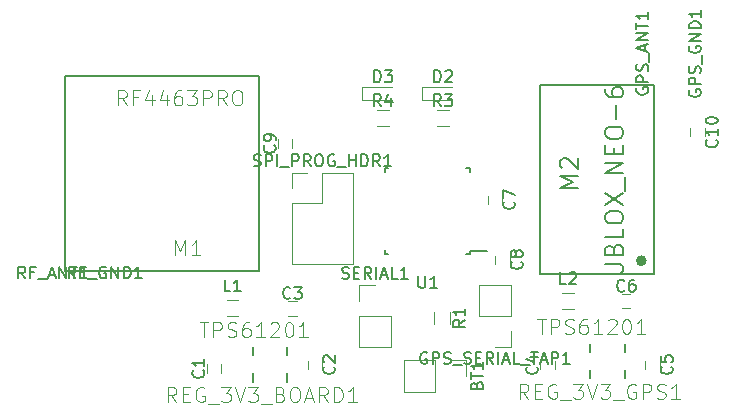
<source format=gbr>
G04 #@! TF.GenerationSoftware,KiCad,Pcbnew,(5.1.0)-1*
G04 #@! TF.CreationDate,2019-05-24T17:14:51-04:00*
G04 #@! TF.ProjectId,PicoTracker1Rev2,5069636f-5472-4616-936b-657231526576,rev?*
G04 #@! TF.SameCoordinates,Original*
G04 #@! TF.FileFunction,Legend,Top*
G04 #@! TF.FilePolarity,Positive*
%FSLAX46Y46*%
G04 Gerber Fmt 4.6, Leading zero omitted, Abs format (unit mm)*
G04 Created by KiCad (PCBNEW (5.1.0)-1) date 2019-05-24 17:14:51*
%MOMM*%
%LPD*%
G04 APERTURE LIST*
%ADD10C,0.127000*%
%ADD11C,0.398780*%
%ADD12C,0.203200*%
%ADD13C,0.120000*%
%ADD14C,0.150000*%
%ADD15C,0.101600*%
G04 APERTURE END LIST*
D10*
X217185240Y-169666920D02*
X226844860Y-169666920D01*
X217185240Y-169666920D02*
X217185240Y-185663840D01*
X217185240Y-185663840D02*
X226844860Y-185663840D01*
X226844860Y-185663840D02*
X226844860Y-169666920D01*
D11*
X226001580Y-184553860D02*
G75*
G03X226001580Y-184553860I-248920J0D01*
G01*
D12*
X224358200Y-193786760D02*
X224358200Y-194513200D01*
X221411800Y-192293240D02*
X221411800Y-191566800D01*
X224358200Y-191566800D02*
X224358200Y-192293240D01*
X221411800Y-194513200D02*
X221411800Y-193786760D01*
X195783200Y-194061080D02*
X195783200Y-194787520D01*
X192836800Y-192567560D02*
X192836800Y-191841120D01*
X195783200Y-191841120D02*
X195783200Y-192567560D01*
X192836800Y-194787520D02*
X192836800Y-194061080D01*
D13*
X205680000Y-192980000D02*
X205680000Y-195640000D01*
X208280000Y-192980000D02*
X205680000Y-192980000D01*
X208280000Y-195640000D02*
X205680000Y-195640000D01*
X208280000Y-192980000D02*
X208280000Y-195640000D01*
X209550000Y-192980000D02*
X210880000Y-192980000D01*
X210880000Y-192980000D02*
X210880000Y-194310000D01*
X188945000Y-194025000D02*
X188945000Y-193325000D01*
X190145000Y-193325000D02*
X190145000Y-194025000D01*
X198720000Y-193010000D02*
X198720000Y-193710000D01*
X197520000Y-193710000D02*
X197520000Y-193010000D01*
X195865000Y-187995000D02*
X196565000Y-187995000D01*
X196565000Y-189195000D02*
X195865000Y-189195000D01*
X217205000Y-193705000D02*
X217205000Y-193005000D01*
X218405000Y-193005000D02*
X218405000Y-193705000D01*
X227295000Y-193010000D02*
X227295000Y-193710000D01*
X226095000Y-193710000D02*
X226095000Y-193010000D01*
X224125000Y-187360000D02*
X224825000Y-187360000D01*
X224825000Y-188560000D02*
X224125000Y-188560000D01*
X213960000Y-179040000D02*
X213960000Y-179740000D01*
X212760000Y-179740000D02*
X212760000Y-179040000D01*
X214595000Y-184120000D02*
X214595000Y-184820000D01*
X213395000Y-184820000D02*
X213395000Y-184120000D01*
X194980000Y-174975000D02*
X194980000Y-174275000D01*
X196180000Y-174275000D02*
X196180000Y-174975000D01*
X231105000Y-173320000D02*
X231105000Y-174020000D01*
X229905000Y-174020000D02*
X229905000Y-173320000D01*
X207158000Y-169884000D02*
X207158000Y-170984000D01*
X207158000Y-170984000D02*
X209758000Y-170984000D01*
X207158000Y-169884000D02*
X209758000Y-169884000D01*
X202078000Y-169884000D02*
X202078000Y-170984000D01*
X202078000Y-170984000D02*
X204678000Y-170984000D01*
X202078000Y-169884000D02*
X204678000Y-169884000D01*
X214690000Y-186630000D02*
X212030000Y-186630000D01*
X214690000Y-189230000D02*
X214690000Y-186630000D01*
X212030000Y-189230000D02*
X212030000Y-186630000D01*
X214690000Y-189230000D02*
X212030000Y-189230000D01*
X214690000Y-190500000D02*
X214690000Y-191830000D01*
X214690000Y-191830000D02*
X213360000Y-191830000D01*
X191635000Y-189275000D02*
X190635000Y-189275000D01*
X190635000Y-187915000D02*
X191635000Y-187915000D01*
X220040000Y-188640000D02*
X219040000Y-188640000D01*
X219040000Y-187280000D02*
X220040000Y-187280000D01*
D10*
X176928780Y-185420000D02*
X176928780Y-168910000D01*
X176928780Y-168910000D02*
X193357500Y-168910000D01*
X193357500Y-168910000D02*
X193357500Y-185420000D01*
X193357500Y-185420000D02*
X176928780Y-185420000D01*
D13*
X208235000Y-189900000D02*
X208235000Y-188900000D01*
X209595000Y-188900000D02*
X209595000Y-189900000D01*
X209458000Y-173146000D02*
X208458000Y-173146000D01*
X208458000Y-171786000D02*
X209458000Y-171786000D01*
X204378000Y-173146000D02*
X203378000Y-173146000D01*
X203378000Y-171786000D02*
X204378000Y-171786000D01*
D14*
X211270000Y-183965000D02*
X211270000Y-183740000D01*
X204020000Y-183965000D02*
X204020000Y-183640000D01*
X204020000Y-176715000D02*
X204020000Y-177040000D01*
X211270000Y-176715000D02*
X211270000Y-177040000D01*
X211270000Y-183965000D02*
X210945000Y-183965000D01*
X211270000Y-176715000D02*
X210945000Y-176715000D01*
X204020000Y-176715000D02*
X204345000Y-176715000D01*
X204020000Y-183965000D02*
X204345000Y-183965000D01*
X211270000Y-183740000D02*
X212695000Y-183740000D01*
D13*
X196155000Y-184845000D02*
X201355000Y-184845000D01*
X196155000Y-179705000D02*
X196155000Y-184845000D01*
X201355000Y-177105000D02*
X201355000Y-184845000D01*
X196155000Y-179705000D02*
X198755000Y-179705000D01*
X198755000Y-179705000D02*
X198755000Y-177105000D01*
X198755000Y-177105000D02*
X201355000Y-177105000D01*
X196155000Y-178435000D02*
X196155000Y-177105000D01*
X196155000Y-177105000D02*
X197485000Y-177105000D01*
X201870000Y-191830000D02*
X204530000Y-191830000D01*
X201870000Y-189230000D02*
X201870000Y-191830000D01*
X204530000Y-189230000D02*
X204530000Y-191830000D01*
X201870000Y-189230000D02*
X204530000Y-189230000D01*
X201870000Y-187960000D02*
X201870000Y-186630000D01*
X201870000Y-186630000D02*
X203200000Y-186630000D01*
D14*
X220399428Y-178398714D02*
X218875428Y-178398714D01*
X219964000Y-177890714D01*
X218875428Y-177382714D01*
X220399428Y-177382714D01*
X219020571Y-176729571D02*
X218948000Y-176657000D01*
X218875428Y-176511857D01*
X218875428Y-176149000D01*
X218948000Y-176003857D01*
X219020571Y-175931285D01*
X219165714Y-175858714D01*
X219310857Y-175858714D01*
X219528571Y-175931285D01*
X220399428Y-176802142D01*
X220399428Y-175858714D01*
X222685428Y-185674000D02*
X223919142Y-185674000D01*
X224064285Y-185601428D01*
X224136857Y-185528857D01*
X224209428Y-185383714D01*
X224209428Y-185093428D01*
X224136857Y-184948285D01*
X224064285Y-184875714D01*
X223919142Y-184803142D01*
X222685428Y-184803142D01*
X223411142Y-183569428D02*
X223483714Y-183351714D01*
X223556285Y-183279142D01*
X223701428Y-183206571D01*
X223919142Y-183206571D01*
X224064285Y-183279142D01*
X224136857Y-183351714D01*
X224209428Y-183496857D01*
X224209428Y-184077428D01*
X222685428Y-184077428D01*
X222685428Y-183569428D01*
X222758000Y-183424285D01*
X222830571Y-183351714D01*
X222975714Y-183279142D01*
X223120857Y-183279142D01*
X223266000Y-183351714D01*
X223338571Y-183424285D01*
X223411142Y-183569428D01*
X223411142Y-184077428D01*
X224209428Y-181827714D02*
X224209428Y-182553428D01*
X222685428Y-182553428D01*
X222685428Y-181029428D02*
X222685428Y-180739142D01*
X222758000Y-180594000D01*
X222903142Y-180448857D01*
X223193428Y-180376285D01*
X223701428Y-180376285D01*
X223991714Y-180448857D01*
X224136857Y-180594000D01*
X224209428Y-180739142D01*
X224209428Y-181029428D01*
X224136857Y-181174571D01*
X223991714Y-181319714D01*
X223701428Y-181392285D01*
X223193428Y-181392285D01*
X222903142Y-181319714D01*
X222758000Y-181174571D01*
X222685428Y-181029428D01*
X222685428Y-179868285D02*
X224209428Y-178852285D01*
X222685428Y-178852285D02*
X224209428Y-179868285D01*
X224354571Y-178634571D02*
X224354571Y-177473428D01*
X224209428Y-177110571D02*
X222685428Y-177110571D01*
X224209428Y-176239714D01*
X222685428Y-176239714D01*
X223411142Y-175514000D02*
X223411142Y-175006000D01*
X224209428Y-174788285D02*
X224209428Y-175514000D01*
X222685428Y-175514000D01*
X222685428Y-174788285D01*
X222685428Y-173844857D02*
X222685428Y-173554571D01*
X222758000Y-173409428D01*
X222903142Y-173264285D01*
X223193428Y-173191714D01*
X223701428Y-173191714D01*
X223991714Y-173264285D01*
X224136857Y-173409428D01*
X224209428Y-173554571D01*
X224209428Y-173844857D01*
X224136857Y-173990000D01*
X223991714Y-174135142D01*
X223701428Y-174207714D01*
X223193428Y-174207714D01*
X222903142Y-174135142D01*
X222758000Y-173990000D01*
X222685428Y-173844857D01*
X223628857Y-172538571D02*
X223628857Y-171377428D01*
X222685428Y-169998571D02*
X222685428Y-170288857D01*
X222758000Y-170434000D01*
X222830571Y-170506571D01*
X223048285Y-170651714D01*
X223338571Y-170724285D01*
X223919142Y-170724285D01*
X224064285Y-170651714D01*
X224136857Y-170579142D01*
X224209428Y-170434000D01*
X224209428Y-170143714D01*
X224136857Y-169998571D01*
X224064285Y-169926000D01*
X223919142Y-169853428D01*
X223556285Y-169853428D01*
X223411142Y-169926000D01*
X223338571Y-169998571D01*
X223266000Y-170143714D01*
X223266000Y-170434000D01*
X223338571Y-170579142D01*
X223411142Y-170651714D01*
X223556285Y-170724285D01*
D15*
X216194519Y-196248503D02*
X215771185Y-195643741D01*
X215468804Y-196248503D02*
X215468804Y-194978503D01*
X215952614Y-194978503D01*
X216073566Y-195038980D01*
X216134042Y-195099456D01*
X216194519Y-195220408D01*
X216194519Y-195401837D01*
X216134042Y-195522789D01*
X216073566Y-195583265D01*
X215952614Y-195643741D01*
X215468804Y-195643741D01*
X216738804Y-195583265D02*
X217162138Y-195583265D01*
X217343566Y-196248503D02*
X216738804Y-196248503D01*
X216738804Y-194978503D01*
X217343566Y-194978503D01*
X218553090Y-195038980D02*
X218432138Y-194978503D01*
X218250709Y-194978503D01*
X218069280Y-195038980D01*
X217948328Y-195159932D01*
X217887852Y-195280884D01*
X217827376Y-195522789D01*
X217827376Y-195704218D01*
X217887852Y-195946122D01*
X217948328Y-196067075D01*
X218069280Y-196188027D01*
X218250709Y-196248503D01*
X218371661Y-196248503D01*
X218553090Y-196188027D01*
X218613566Y-196127551D01*
X218613566Y-195704218D01*
X218371661Y-195704218D01*
X218855471Y-196369456D02*
X219823090Y-196369456D01*
X220004519Y-194978503D02*
X220790709Y-194978503D01*
X220367376Y-195462313D01*
X220548804Y-195462313D01*
X220669757Y-195522789D01*
X220730233Y-195583265D01*
X220790709Y-195704218D01*
X220790709Y-196006599D01*
X220730233Y-196127551D01*
X220669757Y-196188027D01*
X220548804Y-196248503D01*
X220185947Y-196248503D01*
X220064995Y-196188027D01*
X220004519Y-196127551D01*
X221153566Y-194978503D02*
X221576900Y-196248503D01*
X222000233Y-194978503D01*
X222302614Y-194978503D02*
X223088804Y-194978503D01*
X222665471Y-195462313D01*
X222846900Y-195462313D01*
X222967852Y-195522789D01*
X223028328Y-195583265D01*
X223088804Y-195704218D01*
X223088804Y-196006599D01*
X223028328Y-196127551D01*
X222967852Y-196188027D01*
X222846900Y-196248503D01*
X222484042Y-196248503D01*
X222363090Y-196188027D01*
X222302614Y-196127551D01*
X223330709Y-196369456D02*
X224298328Y-196369456D01*
X225265947Y-195038980D02*
X225144995Y-194978503D01*
X224963566Y-194978503D01*
X224782138Y-195038980D01*
X224661185Y-195159932D01*
X224600709Y-195280884D01*
X224540233Y-195522789D01*
X224540233Y-195704218D01*
X224600709Y-195946122D01*
X224661185Y-196067075D01*
X224782138Y-196188027D01*
X224963566Y-196248503D01*
X225084519Y-196248503D01*
X225265947Y-196188027D01*
X225326423Y-196127551D01*
X225326423Y-195704218D01*
X225084519Y-195704218D01*
X225870709Y-196248503D02*
X225870709Y-194978503D01*
X226354519Y-194978503D01*
X226475471Y-195038980D01*
X226535947Y-195099456D01*
X226596423Y-195220408D01*
X226596423Y-195401837D01*
X226535947Y-195522789D01*
X226475471Y-195583265D01*
X226354519Y-195643741D01*
X225870709Y-195643741D01*
X227080233Y-196188027D02*
X227261661Y-196248503D01*
X227564042Y-196248503D01*
X227684995Y-196188027D01*
X227745471Y-196127551D01*
X227805947Y-196006599D01*
X227805947Y-195885646D01*
X227745471Y-195764694D01*
X227684995Y-195704218D01*
X227564042Y-195643741D01*
X227322138Y-195583265D01*
X227201185Y-195522789D01*
X227140709Y-195462313D01*
X227080233Y-195341360D01*
X227080233Y-195220408D01*
X227140709Y-195099456D01*
X227201185Y-195038980D01*
X227322138Y-194978503D01*
X227624519Y-194978503D01*
X227805947Y-195038980D01*
X229015471Y-196248503D02*
X228289757Y-196248503D01*
X228652614Y-196248503D02*
X228652614Y-194978503D01*
X228531661Y-195159932D01*
X228410709Y-195280884D01*
X228289757Y-195341360D01*
X216950471Y-189481943D02*
X217676185Y-189481943D01*
X217313328Y-190751943D02*
X217313328Y-189481943D01*
X218099519Y-190751943D02*
X218099519Y-189481943D01*
X218583328Y-189481943D01*
X218704280Y-189542420D01*
X218764757Y-189602896D01*
X218825233Y-189723848D01*
X218825233Y-189905277D01*
X218764757Y-190026229D01*
X218704280Y-190086705D01*
X218583328Y-190147181D01*
X218099519Y-190147181D01*
X219309042Y-190691467D02*
X219490471Y-190751943D01*
X219792852Y-190751943D01*
X219913804Y-190691467D01*
X219974280Y-190630991D01*
X220034757Y-190510039D01*
X220034757Y-190389086D01*
X219974280Y-190268134D01*
X219913804Y-190207658D01*
X219792852Y-190147181D01*
X219550947Y-190086705D01*
X219429995Y-190026229D01*
X219369519Y-189965753D01*
X219309042Y-189844800D01*
X219309042Y-189723848D01*
X219369519Y-189602896D01*
X219429995Y-189542420D01*
X219550947Y-189481943D01*
X219853328Y-189481943D01*
X220034757Y-189542420D01*
X221123328Y-189481943D02*
X220881423Y-189481943D01*
X220760471Y-189542420D01*
X220699995Y-189602896D01*
X220579042Y-189784324D01*
X220518566Y-190026229D01*
X220518566Y-190510039D01*
X220579042Y-190630991D01*
X220639519Y-190691467D01*
X220760471Y-190751943D01*
X221002376Y-190751943D01*
X221123328Y-190691467D01*
X221183804Y-190630991D01*
X221244280Y-190510039D01*
X221244280Y-190207658D01*
X221183804Y-190086705D01*
X221123328Y-190026229D01*
X221002376Y-189965753D01*
X220760471Y-189965753D01*
X220639519Y-190026229D01*
X220579042Y-190086705D01*
X220518566Y-190207658D01*
X222453804Y-190751943D02*
X221728090Y-190751943D01*
X222090947Y-190751943D02*
X222090947Y-189481943D01*
X221969995Y-189663372D01*
X221849042Y-189784324D01*
X221728090Y-189844800D01*
X222937614Y-189602896D02*
X222998090Y-189542420D01*
X223119042Y-189481943D01*
X223421423Y-189481943D01*
X223542376Y-189542420D01*
X223602852Y-189602896D01*
X223663328Y-189723848D01*
X223663328Y-189844800D01*
X223602852Y-190026229D01*
X222877138Y-190751943D01*
X223663328Y-190751943D01*
X224449519Y-189481943D02*
X224570471Y-189481943D01*
X224691423Y-189542420D01*
X224751900Y-189602896D01*
X224812376Y-189723848D01*
X224872852Y-189965753D01*
X224872852Y-190268134D01*
X224812376Y-190510039D01*
X224751900Y-190630991D01*
X224691423Y-190691467D01*
X224570471Y-190751943D01*
X224449519Y-190751943D01*
X224328566Y-190691467D01*
X224268090Y-190630991D01*
X224207614Y-190510039D01*
X224147138Y-190268134D01*
X224147138Y-189965753D01*
X224207614Y-189723848D01*
X224268090Y-189602896D01*
X224328566Y-189542420D01*
X224449519Y-189481943D01*
X226082376Y-190751943D02*
X225356661Y-190751943D01*
X225719519Y-190751943D02*
X225719519Y-189481943D01*
X225598566Y-189663372D01*
X225477614Y-189784324D01*
X225356661Y-189844800D01*
X186379757Y-196522823D02*
X185956423Y-195918061D01*
X185654042Y-196522823D02*
X185654042Y-195252823D01*
X186137852Y-195252823D01*
X186258804Y-195313300D01*
X186319280Y-195373776D01*
X186379757Y-195494728D01*
X186379757Y-195676157D01*
X186319280Y-195797109D01*
X186258804Y-195857585D01*
X186137852Y-195918061D01*
X185654042Y-195918061D01*
X186924042Y-195857585D02*
X187347376Y-195857585D01*
X187528804Y-196522823D02*
X186924042Y-196522823D01*
X186924042Y-195252823D01*
X187528804Y-195252823D01*
X188738328Y-195313300D02*
X188617376Y-195252823D01*
X188435947Y-195252823D01*
X188254519Y-195313300D01*
X188133566Y-195434252D01*
X188073090Y-195555204D01*
X188012614Y-195797109D01*
X188012614Y-195978538D01*
X188073090Y-196220442D01*
X188133566Y-196341395D01*
X188254519Y-196462347D01*
X188435947Y-196522823D01*
X188556900Y-196522823D01*
X188738328Y-196462347D01*
X188798804Y-196401871D01*
X188798804Y-195978538D01*
X188556900Y-195978538D01*
X189040709Y-196643776D02*
X190008328Y-196643776D01*
X190189757Y-195252823D02*
X190975947Y-195252823D01*
X190552614Y-195736633D01*
X190734042Y-195736633D01*
X190854995Y-195797109D01*
X190915471Y-195857585D01*
X190975947Y-195978538D01*
X190975947Y-196280919D01*
X190915471Y-196401871D01*
X190854995Y-196462347D01*
X190734042Y-196522823D01*
X190371185Y-196522823D01*
X190250233Y-196462347D01*
X190189757Y-196401871D01*
X191338804Y-195252823D02*
X191762138Y-196522823D01*
X192185471Y-195252823D01*
X192487852Y-195252823D02*
X193274042Y-195252823D01*
X192850709Y-195736633D01*
X193032138Y-195736633D01*
X193153090Y-195797109D01*
X193213566Y-195857585D01*
X193274042Y-195978538D01*
X193274042Y-196280919D01*
X193213566Y-196401871D01*
X193153090Y-196462347D01*
X193032138Y-196522823D01*
X192669280Y-196522823D01*
X192548328Y-196462347D01*
X192487852Y-196401871D01*
X193515947Y-196643776D02*
X194483566Y-196643776D01*
X195209280Y-195857585D02*
X195390709Y-195918061D01*
X195451185Y-195978538D01*
X195511661Y-196099490D01*
X195511661Y-196280919D01*
X195451185Y-196401871D01*
X195390709Y-196462347D01*
X195269757Y-196522823D01*
X194785947Y-196522823D01*
X194785947Y-195252823D01*
X195209280Y-195252823D01*
X195330233Y-195313300D01*
X195390709Y-195373776D01*
X195451185Y-195494728D01*
X195451185Y-195615680D01*
X195390709Y-195736633D01*
X195330233Y-195797109D01*
X195209280Y-195857585D01*
X194785947Y-195857585D01*
X196297852Y-195252823D02*
X196539757Y-195252823D01*
X196660709Y-195313300D01*
X196781661Y-195434252D01*
X196842138Y-195676157D01*
X196842138Y-196099490D01*
X196781661Y-196341395D01*
X196660709Y-196462347D01*
X196539757Y-196522823D01*
X196297852Y-196522823D01*
X196176900Y-196462347D01*
X196055947Y-196341395D01*
X195995471Y-196099490D01*
X195995471Y-195676157D01*
X196055947Y-195434252D01*
X196176900Y-195313300D01*
X196297852Y-195252823D01*
X197325947Y-196159966D02*
X197930709Y-196159966D01*
X197204995Y-196522823D02*
X197628328Y-195252823D01*
X198051661Y-196522823D01*
X199200709Y-196522823D02*
X198777376Y-195918061D01*
X198474995Y-196522823D02*
X198474995Y-195252823D01*
X198958804Y-195252823D01*
X199079757Y-195313300D01*
X199140233Y-195373776D01*
X199200709Y-195494728D01*
X199200709Y-195676157D01*
X199140233Y-195797109D01*
X199079757Y-195857585D01*
X198958804Y-195918061D01*
X198474995Y-195918061D01*
X199744995Y-196522823D02*
X199744995Y-195252823D01*
X200047376Y-195252823D01*
X200228804Y-195313300D01*
X200349757Y-195434252D01*
X200410233Y-195555204D01*
X200470709Y-195797109D01*
X200470709Y-195978538D01*
X200410233Y-196220442D01*
X200349757Y-196341395D01*
X200228804Y-196462347D01*
X200047376Y-196522823D01*
X199744995Y-196522823D01*
X201680233Y-196522823D02*
X200954519Y-196522823D01*
X201317376Y-196522823D02*
X201317376Y-195252823D01*
X201196423Y-195434252D01*
X201075471Y-195555204D01*
X200954519Y-195615680D01*
X188375471Y-189756263D02*
X189101185Y-189756263D01*
X188738328Y-191026263D02*
X188738328Y-189756263D01*
X189524519Y-191026263D02*
X189524519Y-189756263D01*
X190008328Y-189756263D01*
X190129280Y-189816740D01*
X190189757Y-189877216D01*
X190250233Y-189998168D01*
X190250233Y-190179597D01*
X190189757Y-190300549D01*
X190129280Y-190361025D01*
X190008328Y-190421501D01*
X189524519Y-190421501D01*
X190734042Y-190965787D02*
X190915471Y-191026263D01*
X191217852Y-191026263D01*
X191338804Y-190965787D01*
X191399280Y-190905311D01*
X191459757Y-190784359D01*
X191459757Y-190663406D01*
X191399280Y-190542454D01*
X191338804Y-190481978D01*
X191217852Y-190421501D01*
X190975947Y-190361025D01*
X190854995Y-190300549D01*
X190794519Y-190240073D01*
X190734042Y-190119120D01*
X190734042Y-189998168D01*
X190794519Y-189877216D01*
X190854995Y-189816740D01*
X190975947Y-189756263D01*
X191278328Y-189756263D01*
X191459757Y-189816740D01*
X192548328Y-189756263D02*
X192306423Y-189756263D01*
X192185471Y-189816740D01*
X192124995Y-189877216D01*
X192004042Y-190058644D01*
X191943566Y-190300549D01*
X191943566Y-190784359D01*
X192004042Y-190905311D01*
X192064519Y-190965787D01*
X192185471Y-191026263D01*
X192427376Y-191026263D01*
X192548328Y-190965787D01*
X192608804Y-190905311D01*
X192669280Y-190784359D01*
X192669280Y-190481978D01*
X192608804Y-190361025D01*
X192548328Y-190300549D01*
X192427376Y-190240073D01*
X192185471Y-190240073D01*
X192064519Y-190300549D01*
X192004042Y-190361025D01*
X191943566Y-190481978D01*
X193878804Y-191026263D02*
X193153090Y-191026263D01*
X193515947Y-191026263D02*
X193515947Y-189756263D01*
X193394995Y-189937692D01*
X193274042Y-190058644D01*
X193153090Y-190119120D01*
X194362614Y-189877216D02*
X194423090Y-189816740D01*
X194544042Y-189756263D01*
X194846423Y-189756263D01*
X194967376Y-189816740D01*
X195027852Y-189877216D01*
X195088328Y-189998168D01*
X195088328Y-190119120D01*
X195027852Y-190300549D01*
X194302138Y-191026263D01*
X195088328Y-191026263D01*
X195874519Y-189756263D02*
X195995471Y-189756263D01*
X196116423Y-189816740D01*
X196176900Y-189877216D01*
X196237376Y-189998168D01*
X196297852Y-190240073D01*
X196297852Y-190542454D01*
X196237376Y-190784359D01*
X196176900Y-190905311D01*
X196116423Y-190965787D01*
X195995471Y-191026263D01*
X195874519Y-191026263D01*
X195753566Y-190965787D01*
X195693090Y-190905311D01*
X195632614Y-190784359D01*
X195572138Y-190542454D01*
X195572138Y-190240073D01*
X195632614Y-189998168D01*
X195693090Y-189877216D01*
X195753566Y-189816740D01*
X195874519Y-189756263D01*
X197507376Y-191026263D02*
X196781661Y-191026263D01*
X197144519Y-191026263D02*
X197144519Y-189756263D01*
X197023566Y-189937692D01*
X196902614Y-190058644D01*
X196781661Y-190119120D01*
D14*
X211808571Y-195095714D02*
X211856190Y-194952857D01*
X211903809Y-194905238D01*
X211999047Y-194857619D01*
X212141904Y-194857619D01*
X212237142Y-194905238D01*
X212284761Y-194952857D01*
X212332380Y-195048095D01*
X212332380Y-195429047D01*
X211332380Y-195429047D01*
X211332380Y-195095714D01*
X211380000Y-195000476D01*
X211427619Y-194952857D01*
X211522857Y-194905238D01*
X211618095Y-194905238D01*
X211713333Y-194952857D01*
X211760952Y-195000476D01*
X211808571Y-195095714D01*
X211808571Y-195429047D01*
X211332380Y-194571904D02*
X211332380Y-194000476D01*
X212332380Y-194286190D02*
X211332380Y-194286190D01*
X212332380Y-193143333D02*
X212332380Y-193714761D01*
X212332380Y-193429047D02*
X211332380Y-193429047D01*
X211475238Y-193524285D01*
X211570476Y-193619523D01*
X211618095Y-193714761D01*
X188652142Y-193841666D02*
X188699761Y-193889285D01*
X188747380Y-194032142D01*
X188747380Y-194127380D01*
X188699761Y-194270238D01*
X188604523Y-194365476D01*
X188509285Y-194413095D01*
X188318809Y-194460714D01*
X188175952Y-194460714D01*
X187985476Y-194413095D01*
X187890238Y-194365476D01*
X187795000Y-194270238D01*
X187747380Y-194127380D01*
X187747380Y-194032142D01*
X187795000Y-193889285D01*
X187842619Y-193841666D01*
X188747380Y-192889285D02*
X188747380Y-193460714D01*
X188747380Y-193175000D02*
X187747380Y-193175000D01*
X187890238Y-193270238D01*
X187985476Y-193365476D01*
X188033095Y-193460714D01*
X199727142Y-193526666D02*
X199774761Y-193574285D01*
X199822380Y-193717142D01*
X199822380Y-193812380D01*
X199774761Y-193955238D01*
X199679523Y-194050476D01*
X199584285Y-194098095D01*
X199393809Y-194145714D01*
X199250952Y-194145714D01*
X199060476Y-194098095D01*
X198965238Y-194050476D01*
X198870000Y-193955238D01*
X198822380Y-193812380D01*
X198822380Y-193717142D01*
X198870000Y-193574285D01*
X198917619Y-193526666D01*
X198917619Y-193145714D02*
X198870000Y-193098095D01*
X198822380Y-193002857D01*
X198822380Y-192764761D01*
X198870000Y-192669523D01*
X198917619Y-192621904D01*
X199012857Y-192574285D01*
X199108095Y-192574285D01*
X199250952Y-192621904D01*
X199822380Y-193193333D01*
X199822380Y-192574285D01*
X196048333Y-187702142D02*
X196000714Y-187749761D01*
X195857857Y-187797380D01*
X195762619Y-187797380D01*
X195619761Y-187749761D01*
X195524523Y-187654523D01*
X195476904Y-187559285D01*
X195429285Y-187368809D01*
X195429285Y-187225952D01*
X195476904Y-187035476D01*
X195524523Y-186940238D01*
X195619761Y-186845000D01*
X195762619Y-186797380D01*
X195857857Y-186797380D01*
X196000714Y-186845000D01*
X196048333Y-186892619D01*
X196381666Y-186797380D02*
X197000714Y-186797380D01*
X196667380Y-187178333D01*
X196810238Y-187178333D01*
X196905476Y-187225952D01*
X196953095Y-187273571D01*
X197000714Y-187368809D01*
X197000714Y-187606904D01*
X196953095Y-187702142D01*
X196905476Y-187749761D01*
X196810238Y-187797380D01*
X196524523Y-187797380D01*
X196429285Y-187749761D01*
X196381666Y-187702142D01*
X216912142Y-193521666D02*
X216959761Y-193569285D01*
X217007380Y-193712142D01*
X217007380Y-193807380D01*
X216959761Y-193950238D01*
X216864523Y-194045476D01*
X216769285Y-194093095D01*
X216578809Y-194140714D01*
X216435952Y-194140714D01*
X216245476Y-194093095D01*
X216150238Y-194045476D01*
X216055000Y-193950238D01*
X216007380Y-193807380D01*
X216007380Y-193712142D01*
X216055000Y-193569285D01*
X216102619Y-193521666D01*
X216340714Y-192664523D02*
X217007380Y-192664523D01*
X215959761Y-192902619D02*
X216674047Y-193140714D01*
X216674047Y-192521666D01*
X228302142Y-193526666D02*
X228349761Y-193574285D01*
X228397380Y-193717142D01*
X228397380Y-193812380D01*
X228349761Y-193955238D01*
X228254523Y-194050476D01*
X228159285Y-194098095D01*
X227968809Y-194145714D01*
X227825952Y-194145714D01*
X227635476Y-194098095D01*
X227540238Y-194050476D01*
X227445000Y-193955238D01*
X227397380Y-193812380D01*
X227397380Y-193717142D01*
X227445000Y-193574285D01*
X227492619Y-193526666D01*
X227397380Y-192621904D02*
X227397380Y-193098095D01*
X227873571Y-193145714D01*
X227825952Y-193098095D01*
X227778333Y-193002857D01*
X227778333Y-192764761D01*
X227825952Y-192669523D01*
X227873571Y-192621904D01*
X227968809Y-192574285D01*
X228206904Y-192574285D01*
X228302142Y-192621904D01*
X228349761Y-192669523D01*
X228397380Y-192764761D01*
X228397380Y-193002857D01*
X228349761Y-193098095D01*
X228302142Y-193145714D01*
X224308333Y-187067142D02*
X224260714Y-187114761D01*
X224117857Y-187162380D01*
X224022619Y-187162380D01*
X223879761Y-187114761D01*
X223784523Y-187019523D01*
X223736904Y-186924285D01*
X223689285Y-186733809D01*
X223689285Y-186590952D01*
X223736904Y-186400476D01*
X223784523Y-186305238D01*
X223879761Y-186210000D01*
X224022619Y-186162380D01*
X224117857Y-186162380D01*
X224260714Y-186210000D01*
X224308333Y-186257619D01*
X225165476Y-186162380D02*
X224975000Y-186162380D01*
X224879761Y-186210000D01*
X224832142Y-186257619D01*
X224736904Y-186400476D01*
X224689285Y-186590952D01*
X224689285Y-186971904D01*
X224736904Y-187067142D01*
X224784523Y-187114761D01*
X224879761Y-187162380D01*
X225070238Y-187162380D01*
X225165476Y-187114761D01*
X225213095Y-187067142D01*
X225260714Y-186971904D01*
X225260714Y-186733809D01*
X225213095Y-186638571D01*
X225165476Y-186590952D01*
X225070238Y-186543333D01*
X224879761Y-186543333D01*
X224784523Y-186590952D01*
X224736904Y-186638571D01*
X224689285Y-186733809D01*
X214967142Y-179556666D02*
X215014761Y-179604285D01*
X215062380Y-179747142D01*
X215062380Y-179842380D01*
X215014761Y-179985238D01*
X214919523Y-180080476D01*
X214824285Y-180128095D01*
X214633809Y-180175714D01*
X214490952Y-180175714D01*
X214300476Y-180128095D01*
X214205238Y-180080476D01*
X214110000Y-179985238D01*
X214062380Y-179842380D01*
X214062380Y-179747142D01*
X214110000Y-179604285D01*
X214157619Y-179556666D01*
X214062380Y-179223333D02*
X214062380Y-178556666D01*
X215062380Y-178985238D01*
X215602142Y-184636666D02*
X215649761Y-184684285D01*
X215697380Y-184827142D01*
X215697380Y-184922380D01*
X215649761Y-185065238D01*
X215554523Y-185160476D01*
X215459285Y-185208095D01*
X215268809Y-185255714D01*
X215125952Y-185255714D01*
X214935476Y-185208095D01*
X214840238Y-185160476D01*
X214745000Y-185065238D01*
X214697380Y-184922380D01*
X214697380Y-184827142D01*
X214745000Y-184684285D01*
X214792619Y-184636666D01*
X215125952Y-184065238D02*
X215078333Y-184160476D01*
X215030714Y-184208095D01*
X214935476Y-184255714D01*
X214887857Y-184255714D01*
X214792619Y-184208095D01*
X214745000Y-184160476D01*
X214697380Y-184065238D01*
X214697380Y-183874761D01*
X214745000Y-183779523D01*
X214792619Y-183731904D01*
X214887857Y-183684285D01*
X214935476Y-183684285D01*
X215030714Y-183731904D01*
X215078333Y-183779523D01*
X215125952Y-183874761D01*
X215125952Y-184065238D01*
X215173571Y-184160476D01*
X215221190Y-184208095D01*
X215316428Y-184255714D01*
X215506904Y-184255714D01*
X215602142Y-184208095D01*
X215649761Y-184160476D01*
X215697380Y-184065238D01*
X215697380Y-183874761D01*
X215649761Y-183779523D01*
X215602142Y-183731904D01*
X215506904Y-183684285D01*
X215316428Y-183684285D01*
X215221190Y-183731904D01*
X215173571Y-183779523D01*
X215125952Y-183874761D01*
X194687142Y-174791666D02*
X194734761Y-174839285D01*
X194782380Y-174982142D01*
X194782380Y-175077380D01*
X194734761Y-175220238D01*
X194639523Y-175315476D01*
X194544285Y-175363095D01*
X194353809Y-175410714D01*
X194210952Y-175410714D01*
X194020476Y-175363095D01*
X193925238Y-175315476D01*
X193830000Y-175220238D01*
X193782380Y-175077380D01*
X193782380Y-174982142D01*
X193830000Y-174839285D01*
X193877619Y-174791666D01*
X194782380Y-174315476D02*
X194782380Y-174125000D01*
X194734761Y-174029761D01*
X194687142Y-173982142D01*
X194544285Y-173886904D01*
X194353809Y-173839285D01*
X193972857Y-173839285D01*
X193877619Y-173886904D01*
X193830000Y-173934523D01*
X193782380Y-174029761D01*
X193782380Y-174220238D01*
X193830000Y-174315476D01*
X193877619Y-174363095D01*
X193972857Y-174410714D01*
X194210952Y-174410714D01*
X194306190Y-174363095D01*
X194353809Y-174315476D01*
X194401428Y-174220238D01*
X194401428Y-174029761D01*
X194353809Y-173934523D01*
X194306190Y-173886904D01*
X194210952Y-173839285D01*
X232112142Y-174312857D02*
X232159761Y-174360476D01*
X232207380Y-174503333D01*
X232207380Y-174598571D01*
X232159761Y-174741428D01*
X232064523Y-174836666D01*
X231969285Y-174884285D01*
X231778809Y-174931904D01*
X231635952Y-174931904D01*
X231445476Y-174884285D01*
X231350238Y-174836666D01*
X231255000Y-174741428D01*
X231207380Y-174598571D01*
X231207380Y-174503333D01*
X231255000Y-174360476D01*
X231302619Y-174312857D01*
X232207380Y-173360476D02*
X232207380Y-173931904D01*
X232207380Y-173646190D02*
X231207380Y-173646190D01*
X231350238Y-173741428D01*
X231445476Y-173836666D01*
X231493095Y-173931904D01*
X231207380Y-172741428D02*
X231207380Y-172646190D01*
X231255000Y-172550952D01*
X231302619Y-172503333D01*
X231397857Y-172455714D01*
X231588333Y-172408095D01*
X231826428Y-172408095D01*
X232016904Y-172455714D01*
X232112142Y-172503333D01*
X232159761Y-172550952D01*
X232207380Y-172646190D01*
X232207380Y-172741428D01*
X232159761Y-172836666D01*
X232112142Y-172884285D01*
X232016904Y-172931904D01*
X231826428Y-172979523D01*
X231588333Y-172979523D01*
X231397857Y-172931904D01*
X231302619Y-172884285D01*
X231255000Y-172836666D01*
X231207380Y-172741428D01*
X208219904Y-169436380D02*
X208219904Y-168436380D01*
X208458000Y-168436380D01*
X208600857Y-168484000D01*
X208696095Y-168579238D01*
X208743714Y-168674476D01*
X208791333Y-168864952D01*
X208791333Y-169007809D01*
X208743714Y-169198285D01*
X208696095Y-169293523D01*
X208600857Y-169388761D01*
X208458000Y-169436380D01*
X208219904Y-169436380D01*
X209172285Y-168531619D02*
X209219904Y-168484000D01*
X209315142Y-168436380D01*
X209553238Y-168436380D01*
X209648476Y-168484000D01*
X209696095Y-168531619D01*
X209743714Y-168626857D01*
X209743714Y-168722095D01*
X209696095Y-168864952D01*
X209124666Y-169436380D01*
X209743714Y-169436380D01*
X203139904Y-169436380D02*
X203139904Y-168436380D01*
X203378000Y-168436380D01*
X203520857Y-168484000D01*
X203616095Y-168579238D01*
X203663714Y-168674476D01*
X203711333Y-168864952D01*
X203711333Y-169007809D01*
X203663714Y-169198285D01*
X203616095Y-169293523D01*
X203520857Y-169388761D01*
X203378000Y-169436380D01*
X203139904Y-169436380D01*
X204044666Y-168436380D02*
X204663714Y-168436380D01*
X204330380Y-168817333D01*
X204473238Y-168817333D01*
X204568476Y-168864952D01*
X204616095Y-168912571D01*
X204663714Y-169007809D01*
X204663714Y-169245904D01*
X204616095Y-169341142D01*
X204568476Y-169388761D01*
X204473238Y-169436380D01*
X204187523Y-169436380D01*
X204092285Y-169388761D01*
X204044666Y-169341142D01*
X177840000Y-186047380D02*
X177506666Y-185571190D01*
X177268571Y-186047380D02*
X177268571Y-185047380D01*
X177649523Y-185047380D01*
X177744761Y-185095000D01*
X177792380Y-185142619D01*
X177840000Y-185237857D01*
X177840000Y-185380714D01*
X177792380Y-185475952D01*
X177744761Y-185523571D01*
X177649523Y-185571190D01*
X177268571Y-185571190D01*
X178601904Y-185523571D02*
X178268571Y-185523571D01*
X178268571Y-186047380D02*
X178268571Y-185047380D01*
X178744761Y-185047380D01*
X178887619Y-186142619D02*
X179649523Y-186142619D01*
X180411428Y-185095000D02*
X180316190Y-185047380D01*
X180173333Y-185047380D01*
X180030476Y-185095000D01*
X179935238Y-185190238D01*
X179887619Y-185285476D01*
X179840000Y-185475952D01*
X179840000Y-185618809D01*
X179887619Y-185809285D01*
X179935238Y-185904523D01*
X180030476Y-185999761D01*
X180173333Y-186047380D01*
X180268571Y-186047380D01*
X180411428Y-185999761D01*
X180459047Y-185952142D01*
X180459047Y-185618809D01*
X180268571Y-185618809D01*
X180887619Y-186047380D02*
X180887619Y-185047380D01*
X181459047Y-186047380D01*
X181459047Y-185047380D01*
X181935238Y-186047380D02*
X181935238Y-185047380D01*
X182173333Y-185047380D01*
X182316190Y-185095000D01*
X182411428Y-185190238D01*
X182459047Y-185285476D01*
X182506666Y-185475952D01*
X182506666Y-185618809D01*
X182459047Y-185809285D01*
X182411428Y-185904523D01*
X182316190Y-185999761D01*
X182173333Y-186047380D01*
X181935238Y-186047380D01*
X183459047Y-186047380D02*
X182887619Y-186047380D01*
X183173333Y-186047380D02*
X183173333Y-185047380D01*
X183078095Y-185190238D01*
X182982857Y-185285476D01*
X182887619Y-185333095D01*
X173585476Y-186047380D02*
X173252142Y-185571190D01*
X173014047Y-186047380D02*
X173014047Y-185047380D01*
X173395000Y-185047380D01*
X173490238Y-185095000D01*
X173537857Y-185142619D01*
X173585476Y-185237857D01*
X173585476Y-185380714D01*
X173537857Y-185475952D01*
X173490238Y-185523571D01*
X173395000Y-185571190D01*
X173014047Y-185571190D01*
X174347380Y-185523571D02*
X174014047Y-185523571D01*
X174014047Y-186047380D02*
X174014047Y-185047380D01*
X174490238Y-185047380D01*
X174633095Y-186142619D02*
X175395000Y-186142619D01*
X175585476Y-185761666D02*
X176061666Y-185761666D01*
X175490238Y-186047380D02*
X175823571Y-185047380D01*
X176156904Y-186047380D01*
X176490238Y-186047380D02*
X176490238Y-185047380D01*
X177061666Y-186047380D01*
X177061666Y-185047380D01*
X177395000Y-185047380D02*
X177966428Y-185047380D01*
X177680714Y-186047380D02*
X177680714Y-185047380D01*
X178823571Y-186047380D02*
X178252142Y-186047380D01*
X178537857Y-186047380D02*
X178537857Y-185047380D01*
X178442619Y-185190238D01*
X178347380Y-185285476D01*
X178252142Y-185333095D01*
X229830000Y-170100238D02*
X229782380Y-170195476D01*
X229782380Y-170338333D01*
X229830000Y-170481190D01*
X229925238Y-170576428D01*
X230020476Y-170624047D01*
X230210952Y-170671666D01*
X230353809Y-170671666D01*
X230544285Y-170624047D01*
X230639523Y-170576428D01*
X230734761Y-170481190D01*
X230782380Y-170338333D01*
X230782380Y-170243095D01*
X230734761Y-170100238D01*
X230687142Y-170052619D01*
X230353809Y-170052619D01*
X230353809Y-170243095D01*
X230782380Y-169624047D02*
X229782380Y-169624047D01*
X229782380Y-169243095D01*
X229830000Y-169147857D01*
X229877619Y-169100238D01*
X229972857Y-169052619D01*
X230115714Y-169052619D01*
X230210952Y-169100238D01*
X230258571Y-169147857D01*
X230306190Y-169243095D01*
X230306190Y-169624047D01*
X230734761Y-168671666D02*
X230782380Y-168528809D01*
X230782380Y-168290714D01*
X230734761Y-168195476D01*
X230687142Y-168147857D01*
X230591904Y-168100238D01*
X230496666Y-168100238D01*
X230401428Y-168147857D01*
X230353809Y-168195476D01*
X230306190Y-168290714D01*
X230258571Y-168481190D01*
X230210952Y-168576428D01*
X230163333Y-168624047D01*
X230068095Y-168671666D01*
X229972857Y-168671666D01*
X229877619Y-168624047D01*
X229830000Y-168576428D01*
X229782380Y-168481190D01*
X229782380Y-168243095D01*
X229830000Y-168100238D01*
X230877619Y-167909761D02*
X230877619Y-167147857D01*
X229830000Y-166385952D02*
X229782380Y-166481190D01*
X229782380Y-166624047D01*
X229830000Y-166766904D01*
X229925238Y-166862142D01*
X230020476Y-166909761D01*
X230210952Y-166957380D01*
X230353809Y-166957380D01*
X230544285Y-166909761D01*
X230639523Y-166862142D01*
X230734761Y-166766904D01*
X230782380Y-166624047D01*
X230782380Y-166528809D01*
X230734761Y-166385952D01*
X230687142Y-166338333D01*
X230353809Y-166338333D01*
X230353809Y-166528809D01*
X230782380Y-165909761D02*
X229782380Y-165909761D01*
X230782380Y-165338333D01*
X229782380Y-165338333D01*
X230782380Y-164862142D02*
X229782380Y-164862142D01*
X229782380Y-164624047D01*
X229830000Y-164481190D01*
X229925238Y-164385952D01*
X230020476Y-164338333D01*
X230210952Y-164290714D01*
X230353809Y-164290714D01*
X230544285Y-164338333D01*
X230639523Y-164385952D01*
X230734761Y-164481190D01*
X230782380Y-164624047D01*
X230782380Y-164862142D01*
X230782380Y-163338333D02*
X230782380Y-163909761D01*
X230782380Y-163624047D02*
X229782380Y-163624047D01*
X229925238Y-163719285D01*
X230020476Y-163814523D01*
X230068095Y-163909761D01*
X225385000Y-169909761D02*
X225337380Y-170005000D01*
X225337380Y-170147857D01*
X225385000Y-170290714D01*
X225480238Y-170385952D01*
X225575476Y-170433571D01*
X225765952Y-170481190D01*
X225908809Y-170481190D01*
X226099285Y-170433571D01*
X226194523Y-170385952D01*
X226289761Y-170290714D01*
X226337380Y-170147857D01*
X226337380Y-170052619D01*
X226289761Y-169909761D01*
X226242142Y-169862142D01*
X225908809Y-169862142D01*
X225908809Y-170052619D01*
X226337380Y-169433571D02*
X225337380Y-169433571D01*
X225337380Y-169052619D01*
X225385000Y-168957380D01*
X225432619Y-168909761D01*
X225527857Y-168862142D01*
X225670714Y-168862142D01*
X225765952Y-168909761D01*
X225813571Y-168957380D01*
X225861190Y-169052619D01*
X225861190Y-169433571D01*
X226289761Y-168481190D02*
X226337380Y-168338333D01*
X226337380Y-168100238D01*
X226289761Y-168005000D01*
X226242142Y-167957380D01*
X226146904Y-167909761D01*
X226051666Y-167909761D01*
X225956428Y-167957380D01*
X225908809Y-168005000D01*
X225861190Y-168100238D01*
X225813571Y-168290714D01*
X225765952Y-168385952D01*
X225718333Y-168433571D01*
X225623095Y-168481190D01*
X225527857Y-168481190D01*
X225432619Y-168433571D01*
X225385000Y-168385952D01*
X225337380Y-168290714D01*
X225337380Y-168052619D01*
X225385000Y-167909761D01*
X226432619Y-167719285D02*
X226432619Y-166957380D01*
X226051666Y-166766904D02*
X226051666Y-166290714D01*
X226337380Y-166862142D02*
X225337380Y-166528809D01*
X226337380Y-166195476D01*
X226337380Y-165862142D02*
X225337380Y-165862142D01*
X226337380Y-165290714D01*
X225337380Y-165290714D01*
X225337380Y-164957380D02*
X225337380Y-164385952D01*
X226337380Y-164671666D02*
X225337380Y-164671666D01*
X226337380Y-163528809D02*
X226337380Y-164100238D01*
X226337380Y-163814523D02*
X225337380Y-163814523D01*
X225480238Y-163909761D01*
X225575476Y-164005000D01*
X225623095Y-164100238D01*
X207598095Y-192330000D02*
X207502857Y-192282380D01*
X207360000Y-192282380D01*
X207217142Y-192330000D01*
X207121904Y-192425238D01*
X207074285Y-192520476D01*
X207026666Y-192710952D01*
X207026666Y-192853809D01*
X207074285Y-193044285D01*
X207121904Y-193139523D01*
X207217142Y-193234761D01*
X207360000Y-193282380D01*
X207455238Y-193282380D01*
X207598095Y-193234761D01*
X207645714Y-193187142D01*
X207645714Y-192853809D01*
X207455238Y-192853809D01*
X208074285Y-193282380D02*
X208074285Y-192282380D01*
X208455238Y-192282380D01*
X208550476Y-192330000D01*
X208598095Y-192377619D01*
X208645714Y-192472857D01*
X208645714Y-192615714D01*
X208598095Y-192710952D01*
X208550476Y-192758571D01*
X208455238Y-192806190D01*
X208074285Y-192806190D01*
X209026666Y-193234761D02*
X209169523Y-193282380D01*
X209407619Y-193282380D01*
X209502857Y-193234761D01*
X209550476Y-193187142D01*
X209598095Y-193091904D01*
X209598095Y-192996666D01*
X209550476Y-192901428D01*
X209502857Y-192853809D01*
X209407619Y-192806190D01*
X209217142Y-192758571D01*
X209121904Y-192710952D01*
X209074285Y-192663333D01*
X209026666Y-192568095D01*
X209026666Y-192472857D01*
X209074285Y-192377619D01*
X209121904Y-192330000D01*
X209217142Y-192282380D01*
X209455238Y-192282380D01*
X209598095Y-192330000D01*
X209788571Y-193377619D02*
X210550476Y-193377619D01*
X210740952Y-193234761D02*
X210883809Y-193282380D01*
X211121904Y-193282380D01*
X211217142Y-193234761D01*
X211264761Y-193187142D01*
X211312380Y-193091904D01*
X211312380Y-192996666D01*
X211264761Y-192901428D01*
X211217142Y-192853809D01*
X211121904Y-192806190D01*
X210931428Y-192758571D01*
X210836190Y-192710952D01*
X210788571Y-192663333D01*
X210740952Y-192568095D01*
X210740952Y-192472857D01*
X210788571Y-192377619D01*
X210836190Y-192330000D01*
X210931428Y-192282380D01*
X211169523Y-192282380D01*
X211312380Y-192330000D01*
X211740952Y-192758571D02*
X212074285Y-192758571D01*
X212217142Y-193282380D02*
X211740952Y-193282380D01*
X211740952Y-192282380D01*
X212217142Y-192282380D01*
X213217142Y-193282380D02*
X212883809Y-192806190D01*
X212645714Y-193282380D02*
X212645714Y-192282380D01*
X213026666Y-192282380D01*
X213121904Y-192330000D01*
X213169523Y-192377619D01*
X213217142Y-192472857D01*
X213217142Y-192615714D01*
X213169523Y-192710952D01*
X213121904Y-192758571D01*
X213026666Y-192806190D01*
X212645714Y-192806190D01*
X213645714Y-193282380D02*
X213645714Y-192282380D01*
X214074285Y-192996666D02*
X214550476Y-192996666D01*
X213979047Y-193282380D02*
X214312380Y-192282380D01*
X214645714Y-193282380D01*
X215455238Y-193282380D02*
X214979047Y-193282380D01*
X214979047Y-192282380D01*
X215550476Y-193377619D02*
X216312380Y-193377619D01*
X216407619Y-192282380D02*
X216979047Y-192282380D01*
X216693333Y-193282380D02*
X216693333Y-192282380D01*
X217264761Y-192996666D02*
X217740952Y-192996666D01*
X217169523Y-193282380D02*
X217502857Y-192282380D01*
X217836190Y-193282380D01*
X218169523Y-193282380D02*
X218169523Y-192282380D01*
X218550476Y-192282380D01*
X218645714Y-192330000D01*
X218693333Y-192377619D01*
X218740952Y-192472857D01*
X218740952Y-192615714D01*
X218693333Y-192710952D01*
X218645714Y-192758571D01*
X218550476Y-192806190D01*
X218169523Y-192806190D01*
X219693333Y-193282380D02*
X219121904Y-193282380D01*
X219407619Y-193282380D02*
X219407619Y-192282380D01*
X219312380Y-192425238D01*
X219217142Y-192520476D01*
X219121904Y-192568095D01*
X190968333Y-187147380D02*
X190492142Y-187147380D01*
X190492142Y-186147380D01*
X191825476Y-187147380D02*
X191254047Y-187147380D01*
X191539761Y-187147380D02*
X191539761Y-186147380D01*
X191444523Y-186290238D01*
X191349285Y-186385476D01*
X191254047Y-186433095D01*
X219373333Y-186512380D02*
X218897142Y-186512380D01*
X218897142Y-185512380D01*
X219659047Y-185607619D02*
X219706666Y-185560000D01*
X219801904Y-185512380D01*
X220040000Y-185512380D01*
X220135238Y-185560000D01*
X220182857Y-185607619D01*
X220230476Y-185702857D01*
X220230476Y-185798095D01*
X220182857Y-185940952D01*
X219611428Y-186512380D01*
X220230476Y-186512380D01*
D15*
X186296904Y-184089523D02*
X186296904Y-182819523D01*
X186720238Y-183726666D01*
X187143571Y-182819523D01*
X187143571Y-184089523D01*
X188413571Y-184089523D02*
X187687857Y-184089523D01*
X188050714Y-184089523D02*
X188050714Y-182819523D01*
X187929761Y-183000952D01*
X187808809Y-183121904D01*
X187687857Y-183182380D01*
X182184523Y-171389523D02*
X181761190Y-170784761D01*
X181458809Y-171389523D02*
X181458809Y-170119523D01*
X181942619Y-170119523D01*
X182063571Y-170180000D01*
X182124047Y-170240476D01*
X182184523Y-170361428D01*
X182184523Y-170542857D01*
X182124047Y-170663809D01*
X182063571Y-170724285D01*
X181942619Y-170784761D01*
X181458809Y-170784761D01*
X183152142Y-170724285D02*
X182728809Y-170724285D01*
X182728809Y-171389523D02*
X182728809Y-170119523D01*
X183333571Y-170119523D01*
X184361666Y-170542857D02*
X184361666Y-171389523D01*
X184059285Y-170059047D02*
X183756904Y-170966190D01*
X184543095Y-170966190D01*
X185571190Y-170542857D02*
X185571190Y-171389523D01*
X185268809Y-170059047D02*
X184966428Y-170966190D01*
X185752619Y-170966190D01*
X186780714Y-170119523D02*
X186538809Y-170119523D01*
X186417857Y-170180000D01*
X186357380Y-170240476D01*
X186236428Y-170421904D01*
X186175952Y-170663809D01*
X186175952Y-171147619D01*
X186236428Y-171268571D01*
X186296904Y-171329047D01*
X186417857Y-171389523D01*
X186659761Y-171389523D01*
X186780714Y-171329047D01*
X186841190Y-171268571D01*
X186901666Y-171147619D01*
X186901666Y-170845238D01*
X186841190Y-170724285D01*
X186780714Y-170663809D01*
X186659761Y-170603333D01*
X186417857Y-170603333D01*
X186296904Y-170663809D01*
X186236428Y-170724285D01*
X186175952Y-170845238D01*
X187325000Y-170119523D02*
X188111190Y-170119523D01*
X187687857Y-170603333D01*
X187869285Y-170603333D01*
X187990238Y-170663809D01*
X188050714Y-170724285D01*
X188111190Y-170845238D01*
X188111190Y-171147619D01*
X188050714Y-171268571D01*
X187990238Y-171329047D01*
X187869285Y-171389523D01*
X187506428Y-171389523D01*
X187385476Y-171329047D01*
X187325000Y-171268571D01*
X188655476Y-171389523D02*
X188655476Y-170119523D01*
X189139285Y-170119523D01*
X189260238Y-170180000D01*
X189320714Y-170240476D01*
X189381190Y-170361428D01*
X189381190Y-170542857D01*
X189320714Y-170663809D01*
X189260238Y-170724285D01*
X189139285Y-170784761D01*
X188655476Y-170784761D01*
X190651190Y-171389523D02*
X190227857Y-170784761D01*
X189925476Y-171389523D02*
X189925476Y-170119523D01*
X190409285Y-170119523D01*
X190530238Y-170180000D01*
X190590714Y-170240476D01*
X190651190Y-170361428D01*
X190651190Y-170542857D01*
X190590714Y-170663809D01*
X190530238Y-170724285D01*
X190409285Y-170784761D01*
X189925476Y-170784761D01*
X191437380Y-170119523D02*
X191679285Y-170119523D01*
X191800238Y-170180000D01*
X191921190Y-170300952D01*
X191981666Y-170542857D01*
X191981666Y-170966190D01*
X191921190Y-171208095D01*
X191800238Y-171329047D01*
X191679285Y-171389523D01*
X191437380Y-171389523D01*
X191316428Y-171329047D01*
X191195476Y-171208095D01*
X191135000Y-170966190D01*
X191135000Y-170542857D01*
X191195476Y-170300952D01*
X191316428Y-170180000D01*
X191437380Y-170119523D01*
D14*
X210817380Y-189566666D02*
X210341190Y-189900000D01*
X210817380Y-190138095D02*
X209817380Y-190138095D01*
X209817380Y-189757142D01*
X209865000Y-189661904D01*
X209912619Y-189614285D01*
X210007857Y-189566666D01*
X210150714Y-189566666D01*
X210245952Y-189614285D01*
X210293571Y-189661904D01*
X210341190Y-189757142D01*
X210341190Y-190138095D01*
X210817380Y-188614285D02*
X210817380Y-189185714D01*
X210817380Y-188900000D02*
X209817380Y-188900000D01*
X209960238Y-188995238D01*
X210055476Y-189090476D01*
X210103095Y-189185714D01*
X208791333Y-171468380D02*
X208458000Y-170992190D01*
X208219904Y-171468380D02*
X208219904Y-170468380D01*
X208600857Y-170468380D01*
X208696095Y-170516000D01*
X208743714Y-170563619D01*
X208791333Y-170658857D01*
X208791333Y-170801714D01*
X208743714Y-170896952D01*
X208696095Y-170944571D01*
X208600857Y-170992190D01*
X208219904Y-170992190D01*
X209124666Y-170468380D02*
X209743714Y-170468380D01*
X209410380Y-170849333D01*
X209553238Y-170849333D01*
X209648476Y-170896952D01*
X209696095Y-170944571D01*
X209743714Y-171039809D01*
X209743714Y-171277904D01*
X209696095Y-171373142D01*
X209648476Y-171420761D01*
X209553238Y-171468380D01*
X209267523Y-171468380D01*
X209172285Y-171420761D01*
X209124666Y-171373142D01*
X203711333Y-171468380D02*
X203378000Y-170992190D01*
X203139904Y-171468380D02*
X203139904Y-170468380D01*
X203520857Y-170468380D01*
X203616095Y-170516000D01*
X203663714Y-170563619D01*
X203711333Y-170658857D01*
X203711333Y-170801714D01*
X203663714Y-170896952D01*
X203616095Y-170944571D01*
X203520857Y-170992190D01*
X203139904Y-170992190D01*
X204568476Y-170801714D02*
X204568476Y-171468380D01*
X204330380Y-170420761D02*
X204092285Y-171135047D01*
X204711333Y-171135047D01*
X206883095Y-185842380D02*
X206883095Y-186651904D01*
X206930714Y-186747142D01*
X206978333Y-186794761D01*
X207073571Y-186842380D01*
X207264047Y-186842380D01*
X207359285Y-186794761D01*
X207406904Y-186747142D01*
X207454523Y-186651904D01*
X207454523Y-185842380D01*
X208454523Y-186842380D02*
X207883095Y-186842380D01*
X208168809Y-186842380D02*
X208168809Y-185842380D01*
X208073571Y-185985238D01*
X207978333Y-186080476D01*
X207883095Y-186128095D01*
X192945476Y-176509761D02*
X193088333Y-176557380D01*
X193326428Y-176557380D01*
X193421666Y-176509761D01*
X193469285Y-176462142D01*
X193516904Y-176366904D01*
X193516904Y-176271666D01*
X193469285Y-176176428D01*
X193421666Y-176128809D01*
X193326428Y-176081190D01*
X193135952Y-176033571D01*
X193040714Y-175985952D01*
X192993095Y-175938333D01*
X192945476Y-175843095D01*
X192945476Y-175747857D01*
X192993095Y-175652619D01*
X193040714Y-175605000D01*
X193135952Y-175557380D01*
X193374047Y-175557380D01*
X193516904Y-175605000D01*
X193945476Y-176557380D02*
X193945476Y-175557380D01*
X194326428Y-175557380D01*
X194421666Y-175605000D01*
X194469285Y-175652619D01*
X194516904Y-175747857D01*
X194516904Y-175890714D01*
X194469285Y-175985952D01*
X194421666Y-176033571D01*
X194326428Y-176081190D01*
X193945476Y-176081190D01*
X194945476Y-176557380D02*
X194945476Y-175557380D01*
X195183571Y-176652619D02*
X195945476Y-176652619D01*
X196183571Y-176557380D02*
X196183571Y-175557380D01*
X196564523Y-175557380D01*
X196659761Y-175605000D01*
X196707380Y-175652619D01*
X196755000Y-175747857D01*
X196755000Y-175890714D01*
X196707380Y-175985952D01*
X196659761Y-176033571D01*
X196564523Y-176081190D01*
X196183571Y-176081190D01*
X197755000Y-176557380D02*
X197421666Y-176081190D01*
X197183571Y-176557380D02*
X197183571Y-175557380D01*
X197564523Y-175557380D01*
X197659761Y-175605000D01*
X197707380Y-175652619D01*
X197755000Y-175747857D01*
X197755000Y-175890714D01*
X197707380Y-175985952D01*
X197659761Y-176033571D01*
X197564523Y-176081190D01*
X197183571Y-176081190D01*
X198374047Y-175557380D02*
X198564523Y-175557380D01*
X198659761Y-175605000D01*
X198755000Y-175700238D01*
X198802619Y-175890714D01*
X198802619Y-176224047D01*
X198755000Y-176414523D01*
X198659761Y-176509761D01*
X198564523Y-176557380D01*
X198374047Y-176557380D01*
X198278809Y-176509761D01*
X198183571Y-176414523D01*
X198135952Y-176224047D01*
X198135952Y-175890714D01*
X198183571Y-175700238D01*
X198278809Y-175605000D01*
X198374047Y-175557380D01*
X199755000Y-175605000D02*
X199659761Y-175557380D01*
X199516904Y-175557380D01*
X199374047Y-175605000D01*
X199278809Y-175700238D01*
X199231190Y-175795476D01*
X199183571Y-175985952D01*
X199183571Y-176128809D01*
X199231190Y-176319285D01*
X199278809Y-176414523D01*
X199374047Y-176509761D01*
X199516904Y-176557380D01*
X199612142Y-176557380D01*
X199755000Y-176509761D01*
X199802619Y-176462142D01*
X199802619Y-176128809D01*
X199612142Y-176128809D01*
X199993095Y-176652619D02*
X200755000Y-176652619D01*
X200993095Y-176557380D02*
X200993095Y-175557380D01*
X200993095Y-176033571D02*
X201564523Y-176033571D01*
X201564523Y-176557380D02*
X201564523Y-175557380D01*
X202040714Y-176557380D02*
X202040714Y-175557380D01*
X202278809Y-175557380D01*
X202421666Y-175605000D01*
X202516904Y-175700238D01*
X202564523Y-175795476D01*
X202612142Y-175985952D01*
X202612142Y-176128809D01*
X202564523Y-176319285D01*
X202516904Y-176414523D01*
X202421666Y-176509761D01*
X202278809Y-176557380D01*
X202040714Y-176557380D01*
X203612142Y-176557380D02*
X203278809Y-176081190D01*
X203040714Y-176557380D02*
X203040714Y-175557380D01*
X203421666Y-175557380D01*
X203516904Y-175605000D01*
X203564523Y-175652619D01*
X203612142Y-175747857D01*
X203612142Y-175890714D01*
X203564523Y-175985952D01*
X203516904Y-176033571D01*
X203421666Y-176081190D01*
X203040714Y-176081190D01*
X204564523Y-176557380D02*
X203993095Y-176557380D01*
X204278809Y-176557380D02*
X204278809Y-175557380D01*
X204183571Y-175700238D01*
X204088333Y-175795476D01*
X203993095Y-175843095D01*
X200414285Y-186034761D02*
X200557142Y-186082380D01*
X200795238Y-186082380D01*
X200890476Y-186034761D01*
X200938095Y-185987142D01*
X200985714Y-185891904D01*
X200985714Y-185796666D01*
X200938095Y-185701428D01*
X200890476Y-185653809D01*
X200795238Y-185606190D01*
X200604761Y-185558571D01*
X200509523Y-185510952D01*
X200461904Y-185463333D01*
X200414285Y-185368095D01*
X200414285Y-185272857D01*
X200461904Y-185177619D01*
X200509523Y-185130000D01*
X200604761Y-185082380D01*
X200842857Y-185082380D01*
X200985714Y-185130000D01*
X201414285Y-185558571D02*
X201747619Y-185558571D01*
X201890476Y-186082380D02*
X201414285Y-186082380D01*
X201414285Y-185082380D01*
X201890476Y-185082380D01*
X202890476Y-186082380D02*
X202557142Y-185606190D01*
X202319047Y-186082380D02*
X202319047Y-185082380D01*
X202700000Y-185082380D01*
X202795238Y-185130000D01*
X202842857Y-185177619D01*
X202890476Y-185272857D01*
X202890476Y-185415714D01*
X202842857Y-185510952D01*
X202795238Y-185558571D01*
X202700000Y-185606190D01*
X202319047Y-185606190D01*
X203319047Y-186082380D02*
X203319047Y-185082380D01*
X203747619Y-185796666D02*
X204223809Y-185796666D01*
X203652380Y-186082380D02*
X203985714Y-185082380D01*
X204319047Y-186082380D01*
X205128571Y-186082380D02*
X204652380Y-186082380D01*
X204652380Y-185082380D01*
X205985714Y-186082380D02*
X205414285Y-186082380D01*
X205700000Y-186082380D02*
X205700000Y-185082380D01*
X205604761Y-185225238D01*
X205509523Y-185320476D01*
X205414285Y-185368095D01*
M02*

</source>
